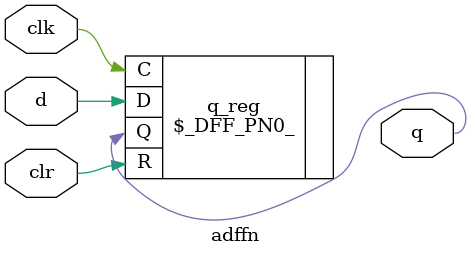
<source format=v>
/* Generated by Yosys 0.62+39 (git sha1 131911291-dirty, g++ 11.4.0-1ubuntu1~22.04.2 -Og -fPIC) */

(* top =  1  *)
(* src = "dut.sv:1.1-10.10" *)
module adffn(d, clk, clr, q);
  (* src = "dut.sv:1.21-1.22" *)
  input d;
  wire d;
  (* src = "dut.sv:1.24-1.27" *)
  input clk;
  wire clk;
  (* src = "dut.sv:1.29-1.32" *)
  input clr;
  wire clr;
  (* init = 1'h0 *)
  (* src = "dut.sv:1.45-1.46" *)
  output q;
  wire q;
  (* src = "dut.sv:5.4-9.16" *)
  \$_DFF_PN0_  q_reg /* _0_ */ (
    .C(clk),
    .D(d),
    .Q(q),
    .R(clr)
  );
endmodule

</source>
